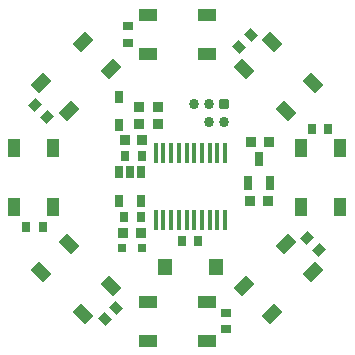
<source format=gts>
%TF.GenerationSoftware,KiCad,Pcbnew,9.0.0*%
%TF.CreationDate,2025-03-28T13:43:48+00:00*%
%TF.ProjectId,vm_rgb_ring_0.2,766d5f72-6762-45f7-9269-6e675f302e32,v0.2*%
%TF.SameCoordinates,PX4f64b50PY4749830*%
%TF.FileFunction,Soldermask,Top*%
%TF.FilePolarity,Negative*%
%FSLAX45Y45*%
G04 Gerber Fmt 4.5, Leading zero omitted, Abs format (unit mm)*
G04 Created by KiCad (PCBNEW 9.0.0) date 2025-03-28 13:43:48*
%MOMM*%
%LPD*%
G01*
G04 APERTURE LIST*
G04 Aperture macros list*
%AMRoundRect*
0 Rectangle with rounded corners*
0 $1 Rounding radius*
0 $2 $3 $4 $5 $6 $7 $8 $9 X,Y pos of 4 corners*
0 Add a 4 corners polygon primitive as box body*
4,1,4,$2,$3,$4,$5,$6,$7,$8,$9,$2,$3,0*
0 Add four circle primitives for the rounded corners*
1,1,$1+$1,$2,$3*
1,1,$1+$1,$4,$5*
1,1,$1+$1,$6,$7*
1,1,$1+$1,$8,$9*
0 Add four rect primitives between the rounded corners*
20,1,$1+$1,$2,$3,$4,$5,0*
20,1,$1+$1,$4,$5,$6,$7,0*
20,1,$1+$1,$6,$7,$8,$9,0*
20,1,$1+$1,$8,$9,$2,$3,0*%
%AMRotRect*
0 Rectangle, with rotation*
0 The origin of the aperture is its center*
0 $1 length*
0 $2 width*
0 $3 Rotation angle, in degrees counterclockwise*
0 Add horizontal line*
21,1,$1,$2,0,0,$3*%
G04 Aperture macros list end*
%ADD10R,0.900000X0.800000*%
%ADD11RoundRect,0.172720X-0.259080X-0.259080X0.259080X-0.259080X0.259080X0.259080X-0.259080X0.259080X0*%
%ADD12C,0.863600*%
%ADD13R,0.860000X0.810000*%
%ADD14RotRect,1.500000X1.000000X45.000000*%
%ADD15RotRect,1.500000X1.000000X225.000000*%
%ADD16R,0.700000X1.000000*%
%ADD17R,0.800000X0.800000*%
%ADD18R,1.000000X1.500000*%
%ADD19RotRect,0.800000X0.900000X225.000000*%
%ADD20R,0.700000X1.250000*%
%ADD21R,0.800000X0.900000*%
%ADD22R,0.810000X0.860000*%
%ADD23O,0.360000X1.740000*%
%ADD24R,1.500000X1.000000*%
%ADD25RotRect,0.800000X0.900000X135.000000*%
%ADD26RotRect,1.500000X1.000000X135.000000*%
%ADD27R,1.230000X1.360000*%
%ADD28RotRect,1.500000X1.000000X315.000000*%
%ADD29RotRect,0.800000X0.900000X315.000000*%
%ADD30RotRect,0.800000X0.900000X45.000000*%
%ADD31R,0.750000X1.000000*%
G04 APERTURE END LIST*
D10*
%TO.C,C4*%
X-415341Y1277748D03*
X-415341Y1137748D03*
%TD*%
D11*
%TO.C,J1*%
X397500Y620000D03*
D12*
X397500Y462520D03*
X270500Y620000D03*
X270500Y462520D03*
X143500Y620000D03*
%TD*%
D13*
%TO.C,R7*%
X-160000Y445000D03*
X-160000Y595000D03*
%TD*%
D14*
%TO.C,LED4*%
X567335Y-924574D03*
X800681Y-1157919D03*
X1154234Y-804366D03*
X920889Y-571021D03*
%TD*%
D10*
%TO.C,C8*%
X417506Y-1290000D03*
X417506Y-1150000D03*
%TD*%
D15*
%TO.C,LED8*%
X-564035Y913903D03*
X-797381Y1147249D03*
X-1150934Y793695D03*
X-917589Y560350D03*
%TD*%
D16*
%TO.C,U2*%
X-305000Y40000D03*
X-400000Y40000D03*
X-495000Y40000D03*
X-495000Y-200000D03*
X-305000Y-200000D03*
%TD*%
D17*
%TO.C,D1*%
X-295000Y-600000D03*
X-465000Y-600000D03*
%TD*%
D13*
%TO.C,R6*%
X-320000Y445000D03*
X-320000Y595000D03*
%TD*%
D18*
%TO.C,LED3*%
X1051650Y-255335D03*
X1381650Y-255335D03*
X1381650Y244665D03*
X1051650Y244665D03*
%TD*%
D19*
%TO.C,C11*%
X625000Y1200000D03*
X526005Y1101005D03*
%TD*%
D20*
%TO.C,Q1*%
X600000Y-50000D03*
X790000Y-50000D03*
X695000Y150000D03*
%TD*%
D21*
%TO.C,C3*%
X-310000Y-340000D03*
X-450000Y-340000D03*
%TD*%
D22*
%TO.C,R2*%
X615000Y-200000D03*
X765000Y-200000D03*
%TD*%
D23*
%TO.C,U1*%
X-181000Y-367000D03*
X-116000Y-367000D03*
X-51000Y-367000D03*
X14000Y-367000D03*
X80000Y-367000D03*
X145000Y-367000D03*
X210000Y-367000D03*
X275000Y-367000D03*
X340000Y-367000D03*
X405000Y-367000D03*
X405000Y207000D03*
X340000Y207000D03*
X275000Y207000D03*
X210000Y207000D03*
X145000Y207000D03*
X80000Y207000D03*
X14000Y207000D03*
X-51000Y207000D03*
X-116000Y207000D03*
X-181000Y207000D03*
%TD*%
D24*
%TO.C,LED5*%
X-248350Y-1055335D03*
X-248350Y-1385335D03*
X251650Y-1385335D03*
X251650Y-1055335D03*
%TD*%
D21*
%TO.C,C6*%
X-1279163Y-419171D03*
X-1139163Y-419171D03*
%TD*%
D25*
%TO.C,C9*%
X1198772Y-616861D03*
X1099777Y-517866D03*
%TD*%
D26*
%TO.C,LED2*%
X920889Y560350D03*
X1154234Y793695D03*
X800681Y1147249D03*
X567335Y913903D03*
%TD*%
D21*
%TO.C,C10*%
X1281061Y409918D03*
X1141061Y409918D03*
%TD*%
D18*
%TO.C,LED7*%
X-1048350Y244665D03*
X-1378350Y244665D03*
X-1378350Y-255335D03*
X-1048350Y-255335D03*
%TD*%
D27*
%TO.C,SW1*%
X330000Y-760000D03*
X-106000Y-760000D03*
%TD*%
D22*
%TO.C,R5*%
X-295000Y310000D03*
X-445000Y310000D03*
%TD*%
D24*
%TO.C,LED1*%
X251650Y1044665D03*
X251650Y1374665D03*
X-248350Y1374665D03*
X-248350Y1044665D03*
%TD*%
D21*
%TO.C,C1*%
X40000Y-540000D03*
X180000Y-540000D03*
%TD*%
D28*
%TO.C,LED6*%
X-917589Y-571021D03*
X-1150934Y-804366D03*
X-797381Y-1157919D03*
X-564035Y-924574D03*
%TD*%
D29*
%TO.C,C5*%
X-1199994Y608071D03*
X-1100999Y509076D03*
%TD*%
D21*
%TO.C,C2*%
X-300000Y180000D03*
X-440000Y180000D03*
%TD*%
D22*
%TO.C,R1*%
X-305000Y-470000D03*
X-455000Y-470000D03*
%TD*%
%TO.C,R3*%
X775000Y300000D03*
X625000Y300000D03*
%TD*%
D30*
%TO.C,C7*%
X-613780Y-1204996D03*
X-514785Y-1106001D03*
%TD*%
D31*
%TO.C,D2*%
X-490000Y677000D03*
X-490000Y443000D03*
%TD*%
M02*

</source>
